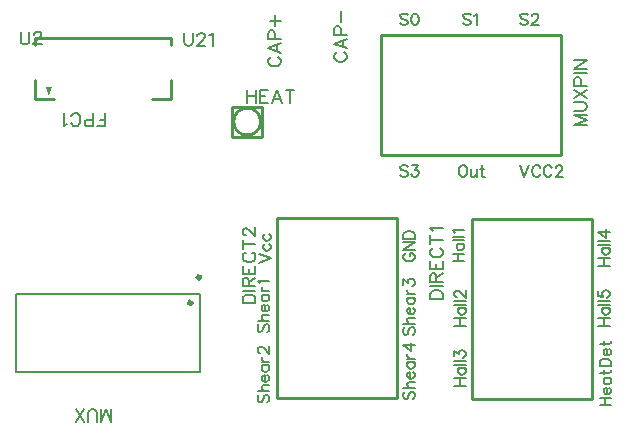
<source format=gto>
G04 Layer: TopSilkscreenLayer*
G04 EasyEDA v6.5.46, 2025-07-23 17:18:39*
G04 4d1536246bbc4f27acf5b42e0466264c,7be8f16a26344db1bf46185b0a727cd7,10*
G04 Gerber Generator version 0.2*
G04 Scale: 100 percent, Rotated: No, Reflected: No *
G04 Dimensions in millimeters *
G04 leading zeros omitted , absolute positions ,4 integer and 5 decimal *
%FSLAX45Y45*%
%MOMM*%

%ADD10C,0.2032*%
%ADD11C,0.1524*%
%ADD12C,0.2540*%
%ADD13C,0.3000*%

%LPD*%
D10*
X4877561Y3898900D02*
G01*
X4973065Y3898900D01*
X4877561Y3962654D02*
G01*
X4973065Y3962654D01*
X4923027Y3898900D02*
G01*
X4923027Y3962654D01*
X4909311Y4046981D02*
G01*
X4973065Y4046981D01*
X4923027Y4046981D02*
G01*
X4913884Y4038092D01*
X4909311Y4028947D01*
X4909311Y4015231D01*
X4913884Y4006087D01*
X4923027Y3997197D01*
X4936490Y3992626D01*
X4945634Y3992626D01*
X4959350Y3997197D01*
X4968493Y4006087D01*
X4973065Y4015231D01*
X4973065Y4028947D01*
X4968493Y4038092D01*
X4959350Y4046981D01*
X4877561Y4077207D02*
G01*
X4973065Y4077207D01*
X4877561Y4107179D02*
G01*
X4973065Y4107179D01*
X4895595Y4137152D02*
G01*
X4891024Y4146295D01*
X4877561Y4159757D01*
X4973065Y4159757D01*
X4890261Y3352800D02*
G01*
X4985765Y3352800D01*
X4890261Y3416554D02*
G01*
X4985765Y3416554D01*
X4935727Y3352800D02*
G01*
X4935727Y3416554D01*
X4922011Y3500881D02*
G01*
X4985765Y3500881D01*
X4935727Y3500881D02*
G01*
X4926584Y3491992D01*
X4922011Y3482847D01*
X4922011Y3469131D01*
X4926584Y3459987D01*
X4935727Y3451097D01*
X4949190Y3446526D01*
X4958334Y3446526D01*
X4972050Y3451097D01*
X4981193Y3459987D01*
X4985765Y3469131D01*
X4985765Y3482847D01*
X4981193Y3491992D01*
X4972050Y3500881D01*
X4890261Y3531107D02*
G01*
X4985765Y3531107D01*
X4890261Y3561079D02*
G01*
X4985765Y3561079D01*
X4912868Y3595623D02*
G01*
X4908295Y3595623D01*
X4899406Y3600195D01*
X4894834Y3604513D01*
X4890261Y3613657D01*
X4890261Y3631945D01*
X4894834Y3641089D01*
X4899406Y3645407D01*
X4908295Y3649979D01*
X4917440Y3649979D01*
X4926584Y3645407D01*
X4940300Y3636518D01*
X4985765Y3591052D01*
X4985765Y3654552D01*
X4890261Y2844800D02*
G01*
X4985765Y2844800D01*
X4890261Y2908554D02*
G01*
X4985765Y2908554D01*
X4935727Y2844800D02*
G01*
X4935727Y2908554D01*
X4922011Y2992881D02*
G01*
X4985765Y2992881D01*
X4935727Y2992881D02*
G01*
X4926584Y2983992D01*
X4922011Y2974847D01*
X4922011Y2961131D01*
X4926584Y2951987D01*
X4935727Y2943097D01*
X4949190Y2938526D01*
X4958334Y2938526D01*
X4972050Y2943097D01*
X4981193Y2951987D01*
X4985765Y2961131D01*
X4985765Y2974847D01*
X4981193Y2983992D01*
X4972050Y2992881D01*
X4890261Y3023107D02*
G01*
X4985765Y3023107D01*
X4890261Y3053079D02*
G01*
X4985765Y3053079D01*
X4890261Y3092195D02*
G01*
X4890261Y3141979D01*
X4926584Y3114802D01*
X4926584Y3128518D01*
X4931156Y3137407D01*
X4935727Y3141979D01*
X4949190Y3146552D01*
X4958334Y3146552D01*
X4972050Y3141979D01*
X4981193Y3133089D01*
X4985765Y3119373D01*
X4985765Y3105657D01*
X4981193Y3092195D01*
X4976622Y3087623D01*
X4967477Y3083052D01*
X6109461Y3860800D02*
G01*
X6204965Y3860800D01*
X6109461Y3924554D02*
G01*
X6204965Y3924554D01*
X6154927Y3860800D02*
G01*
X6154927Y3924554D01*
X6141211Y4008881D02*
G01*
X6204965Y4008881D01*
X6154927Y4008881D02*
G01*
X6145784Y3999992D01*
X6141211Y3990847D01*
X6141211Y3977131D01*
X6145784Y3967987D01*
X6154927Y3959097D01*
X6168390Y3954526D01*
X6177534Y3954526D01*
X6191250Y3959097D01*
X6200393Y3967987D01*
X6204965Y3977131D01*
X6204965Y3990847D01*
X6200393Y3999992D01*
X6191250Y4008881D01*
X6109461Y4039107D02*
G01*
X6204965Y4039107D01*
X6109461Y4069079D02*
G01*
X6204965Y4069079D01*
X6109461Y4144518D02*
G01*
X6172961Y4099052D01*
X6172961Y4167123D01*
X6109461Y4144518D02*
G01*
X6204965Y4144518D01*
X6109461Y3352800D02*
G01*
X6204965Y3352800D01*
X6109461Y3416554D02*
G01*
X6204965Y3416554D01*
X6154927Y3352800D02*
G01*
X6154927Y3416554D01*
X6141211Y3500881D02*
G01*
X6204965Y3500881D01*
X6154927Y3500881D02*
G01*
X6145784Y3491992D01*
X6141211Y3482847D01*
X6141211Y3469131D01*
X6145784Y3459987D01*
X6154927Y3451097D01*
X6168390Y3446526D01*
X6177534Y3446526D01*
X6191250Y3451097D01*
X6200393Y3459987D01*
X6204965Y3469131D01*
X6204965Y3482847D01*
X6200393Y3491992D01*
X6191250Y3500881D01*
X6109461Y3531107D02*
G01*
X6204965Y3531107D01*
X6109461Y3561079D02*
G01*
X6204965Y3561079D01*
X6109461Y3645407D02*
G01*
X6109461Y3600195D01*
X6150356Y3595623D01*
X6145784Y3600195D01*
X6141211Y3613657D01*
X6141211Y3627373D01*
X6145784Y3641089D01*
X6154927Y3649979D01*
X6168390Y3654552D01*
X6177534Y3654552D01*
X6191250Y3649979D01*
X6200393Y3641089D01*
X6204965Y3627373D01*
X6204965Y3613657D01*
X6200393Y3600195D01*
X6195822Y3595623D01*
X6186677Y3591052D01*
X6122161Y2679700D02*
G01*
X6217665Y2679700D01*
X6122161Y2743454D02*
G01*
X6217665Y2743454D01*
X6167627Y2679700D02*
G01*
X6167627Y2743454D01*
X6181090Y2773426D02*
G01*
X6181090Y2827781D01*
X6172200Y2827781D01*
X6163056Y2823210D01*
X6158484Y2818892D01*
X6153911Y2809747D01*
X6153911Y2796031D01*
X6158484Y2786887D01*
X6167627Y2777997D01*
X6181090Y2773426D01*
X6190234Y2773426D01*
X6203950Y2777997D01*
X6213093Y2786887D01*
X6217665Y2796031D01*
X6217665Y2809747D01*
X6213093Y2818892D01*
X6203950Y2827781D01*
X6153911Y2912363D02*
G01*
X6217665Y2912363D01*
X6167627Y2912363D02*
G01*
X6158484Y2903220D01*
X6153911Y2894329D01*
X6153911Y2880613D01*
X6158484Y2871470D01*
X6167627Y2862326D01*
X6181090Y2858007D01*
X6190234Y2858007D01*
X6203950Y2862326D01*
X6213093Y2871470D01*
X6217665Y2880613D01*
X6217665Y2894329D01*
X6213093Y2903220D01*
X6203950Y2912363D01*
X6122161Y2956052D02*
G01*
X6199377Y2956052D01*
X6213093Y2960623D01*
X6217665Y2969768D01*
X6217665Y2978912D01*
X6153911Y2942336D02*
G01*
X6153911Y2974339D01*
X6122161Y3008884D02*
G01*
X6217665Y3008884D01*
X6122161Y3008884D02*
G01*
X6122161Y3040634D01*
X6126734Y3054350D01*
X6135624Y3063239D01*
X6144768Y3067812D01*
X6158484Y3072384D01*
X6181090Y3072384D01*
X6194806Y3067812D01*
X6203950Y3063239D01*
X6213093Y3054350D01*
X6217665Y3040634D01*
X6217665Y3008884D01*
X6181090Y3102355D02*
G01*
X6181090Y3156965D01*
X6172200Y3156965D01*
X6163056Y3152394D01*
X6158484Y3147821D01*
X6153911Y3138678D01*
X6153911Y3125215D01*
X6158484Y3116071D01*
X6167627Y3106928D01*
X6181090Y3102355D01*
X6190234Y3102355D01*
X6203950Y3106928D01*
X6213093Y3116071D01*
X6217665Y3125215D01*
X6217665Y3138678D01*
X6213093Y3147821D01*
X6203950Y3156965D01*
X6122161Y3200654D02*
G01*
X6199377Y3200654D01*
X6213093Y3205226D01*
X6217665Y3214370D01*
X6217665Y3223260D01*
X6153911Y3186937D02*
G01*
X6153911Y3218687D01*
X3239261Y3886200D02*
G01*
X3334765Y3922521D01*
X3239261Y3958844D02*
G01*
X3334765Y3922521D01*
X3284727Y4043426D02*
G01*
X3275584Y4034281D01*
X3271011Y4025392D01*
X3271011Y4011676D01*
X3275584Y4002531D01*
X3284727Y3993387D01*
X3298190Y3988815D01*
X3307334Y3988815D01*
X3321050Y3993387D01*
X3330193Y4002531D01*
X3334765Y4011676D01*
X3334765Y4025392D01*
X3330193Y4034281D01*
X3321050Y4043426D01*
X3284727Y4128007D02*
G01*
X3275584Y4118863D01*
X3271011Y4109720D01*
X3271011Y4096257D01*
X3275584Y4087113D01*
X3284727Y4077970D01*
X3298190Y4073397D01*
X3307334Y4073397D01*
X3321050Y4077970D01*
X3330193Y4087113D01*
X3334765Y4096257D01*
X3334765Y4109720D01*
X3330193Y4118863D01*
X3321050Y4128007D01*
X3240024Y3365754D02*
G01*
X3231134Y3356610D01*
X3226561Y3342894D01*
X3226561Y3324605D01*
X3231134Y3311144D01*
X3240024Y3302000D01*
X3249168Y3302000D01*
X3258311Y3306571D01*
X3262884Y3311144D01*
X3267456Y3320287D01*
X3276600Y3347465D01*
X3280918Y3356610D01*
X3285490Y3361181D01*
X3294634Y3365754D01*
X3308350Y3365754D01*
X3317493Y3356610D01*
X3322065Y3342894D01*
X3322065Y3324605D01*
X3317493Y3311144D01*
X3308350Y3302000D01*
X3226561Y3395726D02*
G01*
X3322065Y3395726D01*
X3276600Y3395726D02*
G01*
X3262884Y3409187D01*
X3258311Y3418331D01*
X3258311Y3432047D01*
X3262884Y3441192D01*
X3276600Y3445510D01*
X3322065Y3445510D01*
X3285490Y3475736D02*
G01*
X3285490Y3530092D01*
X3276600Y3530092D01*
X3267456Y3525520D01*
X3262884Y3521202D01*
X3258311Y3512057D01*
X3258311Y3498342D01*
X3262884Y3489197D01*
X3272027Y3480307D01*
X3285490Y3475736D01*
X3294634Y3475736D01*
X3308350Y3480307D01*
X3317493Y3489197D01*
X3322065Y3498342D01*
X3322065Y3512057D01*
X3317493Y3521202D01*
X3308350Y3530092D01*
X3258311Y3614673D02*
G01*
X3322065Y3614673D01*
X3272027Y3614673D02*
G01*
X3262884Y3605529D01*
X3258311Y3596639D01*
X3258311Y3582923D01*
X3262884Y3573779D01*
X3272027Y3564636D01*
X3285490Y3560063D01*
X3294634Y3560063D01*
X3308350Y3564636D01*
X3317493Y3573779D01*
X3322065Y3582923D01*
X3322065Y3596639D01*
X3317493Y3605529D01*
X3308350Y3614673D01*
X3258311Y3644645D02*
G01*
X3322065Y3644645D01*
X3285490Y3644645D02*
G01*
X3272027Y3649218D01*
X3262884Y3658362D01*
X3258311Y3667505D01*
X3258311Y3680968D01*
X3244595Y3711194D02*
G01*
X3240024Y3720084D01*
X3226561Y3733800D01*
X3322065Y3733800D01*
X3240024Y2768854D02*
G01*
X3231134Y2759710D01*
X3226561Y2745994D01*
X3226561Y2727705D01*
X3231134Y2714244D01*
X3240024Y2705100D01*
X3249168Y2705100D01*
X3258311Y2709671D01*
X3262884Y2714244D01*
X3267456Y2723387D01*
X3276600Y2750565D01*
X3280918Y2759710D01*
X3285490Y2764281D01*
X3294634Y2768854D01*
X3308350Y2768854D01*
X3317493Y2759710D01*
X3322065Y2745994D01*
X3322065Y2727705D01*
X3317493Y2714244D01*
X3308350Y2705100D01*
X3226561Y2798826D02*
G01*
X3322065Y2798826D01*
X3276600Y2798826D02*
G01*
X3262884Y2812287D01*
X3258311Y2821431D01*
X3258311Y2835147D01*
X3262884Y2844292D01*
X3276600Y2848610D01*
X3322065Y2848610D01*
X3285490Y2878836D02*
G01*
X3285490Y2933192D01*
X3276600Y2933192D01*
X3267456Y2928620D01*
X3262884Y2924302D01*
X3258311Y2915157D01*
X3258311Y2901442D01*
X3262884Y2892297D01*
X3272027Y2883407D01*
X3285490Y2878836D01*
X3294634Y2878836D01*
X3308350Y2883407D01*
X3317493Y2892297D01*
X3322065Y2901442D01*
X3322065Y2915157D01*
X3317493Y2924302D01*
X3308350Y2933192D01*
X3258311Y3017773D02*
G01*
X3322065Y3017773D01*
X3272027Y3017773D02*
G01*
X3262884Y3008629D01*
X3258311Y2999739D01*
X3258311Y2986023D01*
X3262884Y2976879D01*
X3272027Y2967736D01*
X3285490Y2963163D01*
X3294634Y2963163D01*
X3308350Y2967736D01*
X3317493Y2976879D01*
X3322065Y2986023D01*
X3322065Y2999739D01*
X3317493Y3008629D01*
X3308350Y3017773D01*
X3258311Y3047745D02*
G01*
X3322065Y3047745D01*
X3285490Y3047745D02*
G01*
X3272027Y3052318D01*
X3262884Y3061462D01*
X3258311Y3070605D01*
X3258311Y3084068D01*
X3249168Y3118612D02*
G01*
X3244595Y3118612D01*
X3235706Y3123184D01*
X3231134Y3127755D01*
X3226561Y3136900D01*
X3226561Y3155187D01*
X3231134Y3164078D01*
X3235706Y3168650D01*
X3244595Y3173221D01*
X3253740Y3173221D01*
X3262884Y3168650D01*
X3276600Y3159760D01*
X3322065Y3114294D01*
X3322065Y3177794D01*
X4481068Y3966971D02*
G01*
X4471924Y3962654D01*
X4463034Y3953510D01*
X4458461Y3944365D01*
X4458461Y3926078D01*
X4463034Y3917187D01*
X4471924Y3908044D01*
X4481068Y3903471D01*
X4494784Y3898900D01*
X4517390Y3898900D01*
X4531106Y3903471D01*
X4540250Y3908044D01*
X4549393Y3917187D01*
X4553965Y3926078D01*
X4553965Y3944365D01*
X4549393Y3953510D01*
X4540250Y3962654D01*
X4531106Y3966971D01*
X4517390Y3966971D01*
X4517390Y3944365D02*
G01*
X4517390Y3966971D01*
X4458461Y3997197D02*
G01*
X4553965Y3997197D01*
X4458461Y3997197D02*
G01*
X4553965Y4060697D01*
X4458461Y4060697D02*
G01*
X4553965Y4060697D01*
X4458461Y4090670D02*
G01*
X4553965Y4090670D01*
X4458461Y4090670D02*
G01*
X4458461Y4122420D01*
X4463034Y4136136D01*
X4471924Y4145279D01*
X4481068Y4149852D01*
X4494784Y4154423D01*
X4517390Y4154423D01*
X4531106Y4149852D01*
X4540250Y4145279D01*
X4549393Y4136136D01*
X4553965Y4122420D01*
X4553965Y4090670D01*
X4471924Y3340354D02*
G01*
X4463034Y3331210D01*
X4458461Y3317494D01*
X4458461Y3299205D01*
X4463034Y3285744D01*
X4471924Y3276600D01*
X4481068Y3276600D01*
X4490211Y3281171D01*
X4494784Y3285744D01*
X4499356Y3294887D01*
X4508500Y3322065D01*
X4512818Y3331210D01*
X4517390Y3335781D01*
X4526534Y3340354D01*
X4540250Y3340354D01*
X4549393Y3331210D01*
X4553965Y3317494D01*
X4553965Y3299205D01*
X4549393Y3285744D01*
X4540250Y3276600D01*
X4458461Y3370326D02*
G01*
X4553965Y3370326D01*
X4508500Y3370326D02*
G01*
X4494784Y3383787D01*
X4490211Y3392931D01*
X4490211Y3406647D01*
X4494784Y3415792D01*
X4508500Y3420110D01*
X4553965Y3420110D01*
X4517390Y3450336D02*
G01*
X4517390Y3504692D01*
X4508500Y3504692D01*
X4499356Y3500120D01*
X4494784Y3495802D01*
X4490211Y3486657D01*
X4490211Y3472942D01*
X4494784Y3463797D01*
X4503927Y3454907D01*
X4517390Y3450336D01*
X4526534Y3450336D01*
X4540250Y3454907D01*
X4549393Y3463797D01*
X4553965Y3472942D01*
X4553965Y3486657D01*
X4549393Y3495802D01*
X4540250Y3504692D01*
X4490211Y3589273D02*
G01*
X4553965Y3589273D01*
X4503927Y3589273D02*
G01*
X4494784Y3580129D01*
X4490211Y3571239D01*
X4490211Y3557523D01*
X4494784Y3548379D01*
X4503927Y3539236D01*
X4517390Y3534663D01*
X4526534Y3534663D01*
X4540250Y3539236D01*
X4549393Y3548379D01*
X4553965Y3557523D01*
X4553965Y3571239D01*
X4549393Y3580129D01*
X4540250Y3589273D01*
X4490211Y3619245D02*
G01*
X4553965Y3619245D01*
X4517390Y3619245D02*
G01*
X4503927Y3623818D01*
X4494784Y3632962D01*
X4490211Y3642105D01*
X4490211Y3655568D01*
X4458461Y3694684D02*
G01*
X4458461Y3744721D01*
X4494784Y3717544D01*
X4494784Y3731260D01*
X4499356Y3740150D01*
X4503927Y3744721D01*
X4517390Y3749294D01*
X4526534Y3749294D01*
X4540250Y3744721D01*
X4549393Y3735578D01*
X4553965Y3722115D01*
X4553965Y3708400D01*
X4549393Y3694684D01*
X4544822Y3690112D01*
X4535677Y3685794D01*
X4471924Y2794254D02*
G01*
X4463034Y2785110D01*
X4458461Y2771394D01*
X4458461Y2753105D01*
X4463034Y2739644D01*
X4471924Y2730500D01*
X4481068Y2730500D01*
X4490211Y2735071D01*
X4494784Y2739644D01*
X4499356Y2748787D01*
X4508500Y2775965D01*
X4512818Y2785110D01*
X4517390Y2789681D01*
X4526534Y2794254D01*
X4540250Y2794254D01*
X4549393Y2785110D01*
X4553965Y2771394D01*
X4553965Y2753105D01*
X4549393Y2739644D01*
X4540250Y2730500D01*
X4458461Y2824226D02*
G01*
X4553965Y2824226D01*
X4508500Y2824226D02*
G01*
X4494784Y2837687D01*
X4490211Y2846831D01*
X4490211Y2860547D01*
X4494784Y2869692D01*
X4508500Y2874010D01*
X4553965Y2874010D01*
X4517390Y2904236D02*
G01*
X4517390Y2958592D01*
X4508500Y2958592D01*
X4499356Y2954020D01*
X4494784Y2949702D01*
X4490211Y2940557D01*
X4490211Y2926842D01*
X4494784Y2917697D01*
X4503927Y2908807D01*
X4517390Y2904236D01*
X4526534Y2904236D01*
X4540250Y2908807D01*
X4549393Y2917697D01*
X4553965Y2926842D01*
X4553965Y2940557D01*
X4549393Y2949702D01*
X4540250Y2958592D01*
X4490211Y3043173D02*
G01*
X4553965Y3043173D01*
X4503927Y3043173D02*
G01*
X4494784Y3034029D01*
X4490211Y3025139D01*
X4490211Y3011423D01*
X4494784Y3002279D01*
X4503927Y2993136D01*
X4517390Y2988563D01*
X4526534Y2988563D01*
X4540250Y2993136D01*
X4549393Y3002279D01*
X4553965Y3011423D01*
X4553965Y3025139D01*
X4549393Y3034029D01*
X4540250Y3043173D01*
X4490211Y3073145D02*
G01*
X4553965Y3073145D01*
X4517390Y3073145D02*
G01*
X4503927Y3077718D01*
X4494784Y3086862D01*
X4490211Y3096005D01*
X4490211Y3109468D01*
X4458461Y3185160D02*
G01*
X4521961Y3139694D01*
X4521961Y3207765D01*
X4458461Y3185160D02*
G01*
X4553965Y3185160D01*
X4496054Y5980176D02*
G01*
X4486909Y5989065D01*
X4473193Y5993637D01*
X4454906Y5993637D01*
X4441443Y5989065D01*
X4432300Y5980176D01*
X4432300Y5971031D01*
X4436872Y5961887D01*
X4441443Y5957315D01*
X4450588Y5952744D01*
X4477765Y5943600D01*
X4486909Y5939281D01*
X4491481Y5934710D01*
X4496054Y5925565D01*
X4496054Y5911850D01*
X4486909Y5902705D01*
X4473193Y5898134D01*
X4454906Y5898134D01*
X4441443Y5902705D01*
X4432300Y5911850D01*
X4553204Y5993637D02*
G01*
X4539488Y5989065D01*
X4530597Y5975604D01*
X4526025Y5952744D01*
X4526025Y5939281D01*
X4530597Y5916421D01*
X4539488Y5902705D01*
X4553204Y5898134D01*
X4562347Y5898134D01*
X4575809Y5902705D01*
X4584954Y5916421D01*
X4589525Y5939281D01*
X4589525Y5952744D01*
X4584954Y5975604D01*
X4575809Y5989065D01*
X4562347Y5993637D01*
X4553204Y5993637D01*
X5029454Y5980176D02*
G01*
X5020309Y5989065D01*
X5006593Y5993637D01*
X4988306Y5993637D01*
X4974843Y5989065D01*
X4965700Y5980176D01*
X4965700Y5971031D01*
X4970272Y5961887D01*
X4974843Y5957315D01*
X4983988Y5952744D01*
X5011165Y5943600D01*
X5020309Y5939281D01*
X5024881Y5934710D01*
X5029454Y5925565D01*
X5029454Y5911850D01*
X5020309Y5902705D01*
X5006593Y5898134D01*
X4988306Y5898134D01*
X4974843Y5902705D01*
X4965700Y5911850D01*
X5059425Y5975604D02*
G01*
X5068315Y5980176D01*
X5082031Y5993637D01*
X5082031Y5898134D01*
X5512054Y5980176D02*
G01*
X5502909Y5989065D01*
X5489193Y5993637D01*
X5470906Y5993637D01*
X5457443Y5989065D01*
X5448300Y5980176D01*
X5448300Y5971031D01*
X5452872Y5961887D01*
X5457443Y5957315D01*
X5466588Y5952744D01*
X5493765Y5943600D01*
X5502909Y5939281D01*
X5507481Y5934710D01*
X5512054Y5925565D01*
X5512054Y5911850D01*
X5502909Y5902705D01*
X5489193Y5898134D01*
X5470906Y5898134D01*
X5457443Y5902705D01*
X5448300Y5911850D01*
X5546597Y5971031D02*
G01*
X5546597Y5975604D01*
X5550915Y5984494D01*
X5555488Y5989065D01*
X5564631Y5993637D01*
X5582920Y5993637D01*
X5591809Y5989065D01*
X5596381Y5984494D01*
X5600954Y5975604D01*
X5600954Y5966460D01*
X5596381Y5957315D01*
X5587491Y5943600D01*
X5542025Y5898134D01*
X5605525Y5898134D01*
X4496054Y4697476D02*
G01*
X4486909Y4706365D01*
X4473193Y4710937D01*
X4454906Y4710937D01*
X4441443Y4706365D01*
X4432300Y4697476D01*
X4432300Y4688331D01*
X4436872Y4679187D01*
X4441443Y4674615D01*
X4450588Y4670044D01*
X4477765Y4660900D01*
X4486909Y4656581D01*
X4491481Y4652010D01*
X4496054Y4642865D01*
X4496054Y4629150D01*
X4486909Y4620005D01*
X4473193Y4615434D01*
X4454906Y4615434D01*
X4441443Y4620005D01*
X4432300Y4629150D01*
X4534915Y4710937D02*
G01*
X4584954Y4710937D01*
X4557775Y4674615D01*
X4571491Y4674615D01*
X4580381Y4670044D01*
X4584954Y4665471D01*
X4589525Y4652010D01*
X4589525Y4642865D01*
X4584954Y4629150D01*
X4575809Y4620005D01*
X4562347Y4615434D01*
X4548631Y4615434D01*
X4534915Y4620005D01*
X4530597Y4624578D01*
X4526025Y4633721D01*
X4954777Y4710937D02*
G01*
X4945888Y4706365D01*
X4936743Y4697476D01*
X4932172Y4688331D01*
X4927600Y4674615D01*
X4927600Y4652010D01*
X4932172Y4638294D01*
X4936743Y4629150D01*
X4945888Y4620005D01*
X4954777Y4615434D01*
X4973065Y4615434D01*
X4982209Y4620005D01*
X4991354Y4629150D01*
X4995672Y4638294D01*
X5000243Y4652010D01*
X5000243Y4674615D01*
X4995672Y4688331D01*
X4991354Y4697476D01*
X4982209Y4706365D01*
X4973065Y4710937D01*
X4954777Y4710937D01*
X5030215Y4679187D02*
G01*
X5030215Y4633721D01*
X5034788Y4620005D01*
X5043931Y4615434D01*
X5057647Y4615434D01*
X5066791Y4620005D01*
X5080254Y4633721D01*
X5080254Y4679187D02*
G01*
X5080254Y4615434D01*
X5123941Y4710937D02*
G01*
X5123941Y4633721D01*
X5128513Y4620005D01*
X5137658Y4615434D01*
X5146802Y4615434D01*
X5110225Y4679187D02*
G01*
X5142229Y4679187D01*
X5448300Y4710937D02*
G01*
X5484622Y4615434D01*
X5520943Y4710937D02*
G01*
X5484622Y4615434D01*
X5619241Y4688331D02*
G01*
X5614670Y4697476D01*
X5605525Y4706365D01*
X5596381Y4710937D01*
X5578347Y4710937D01*
X5569204Y4706365D01*
X5560059Y4697476D01*
X5555488Y4688331D01*
X5550915Y4674615D01*
X5550915Y4652010D01*
X5555488Y4638294D01*
X5560059Y4629150D01*
X5569204Y4620005D01*
X5578347Y4615434D01*
X5596381Y4615434D01*
X5605525Y4620005D01*
X5614670Y4629150D01*
X5619241Y4638294D01*
X5717286Y4688331D02*
G01*
X5712968Y4697476D01*
X5703824Y4706365D01*
X5694679Y4710937D01*
X5676391Y4710937D01*
X5667502Y4706365D01*
X5658358Y4697476D01*
X5653786Y4688331D01*
X5649213Y4674615D01*
X5649213Y4652010D01*
X5653786Y4638294D01*
X5658358Y4629150D01*
X5667502Y4620005D01*
X5676391Y4615434D01*
X5694679Y4615434D01*
X5703824Y4620005D01*
X5712968Y4629150D01*
X5717286Y4638294D01*
X5751829Y4688331D02*
G01*
X5751829Y4692904D01*
X5756402Y4701794D01*
X5760974Y4706365D01*
X5770118Y4710937D01*
X5788406Y4710937D01*
X5797295Y4706365D01*
X5801868Y4701794D01*
X5806440Y4692904D01*
X5806440Y4683760D01*
X5801868Y4674615D01*
X5792724Y4660900D01*
X5747511Y4615434D01*
X5811011Y4615434D01*
D11*
X3339591Y5627878D02*
G01*
X3329177Y5622544D01*
X3318763Y5612129D01*
X3313684Y5601970D01*
X3313684Y5581142D01*
X3318763Y5570728D01*
X3329177Y5560313D01*
X3339591Y5554979D01*
X3355340Y5549900D01*
X3381247Y5549900D01*
X3396741Y5554979D01*
X3407156Y5560313D01*
X3417570Y5570728D01*
X3422650Y5581142D01*
X3422650Y5601970D01*
X3417570Y5612129D01*
X3407156Y5622544D01*
X3396741Y5627878D01*
X3313684Y5703570D02*
G01*
X3422650Y5662168D01*
X3313684Y5703570D02*
G01*
X3422650Y5745226D01*
X3386327Y5677662D02*
G01*
X3386327Y5729731D01*
X3313684Y5779515D02*
G01*
X3422650Y5779515D01*
X3313684Y5779515D02*
G01*
X3313684Y5826252D01*
X3318763Y5842000D01*
X3324097Y5847079D01*
X3334511Y5852160D01*
X3350006Y5852160D01*
X3360420Y5847079D01*
X3365500Y5842000D01*
X3370834Y5826252D01*
X3370834Y5779515D01*
X3329177Y5933439D02*
G01*
X3422650Y5933439D01*
X3375913Y5886450D02*
G01*
X3375913Y5980176D01*
X3898391Y5665978D02*
G01*
X3887977Y5660644D01*
X3877563Y5650229D01*
X3872484Y5640070D01*
X3872484Y5619242D01*
X3877563Y5608828D01*
X3887977Y5598413D01*
X3898391Y5593079D01*
X3914140Y5588000D01*
X3940047Y5588000D01*
X3955541Y5593079D01*
X3965956Y5598413D01*
X3976370Y5608828D01*
X3981450Y5619242D01*
X3981450Y5640070D01*
X3976370Y5650229D01*
X3965956Y5660644D01*
X3955541Y5665978D01*
X3872484Y5741670D02*
G01*
X3981450Y5700268D01*
X3872484Y5741670D02*
G01*
X3981450Y5783326D01*
X3945127Y5715762D02*
G01*
X3945127Y5767831D01*
X3872484Y5817615D02*
G01*
X3981450Y5817615D01*
X3872484Y5817615D02*
G01*
X3872484Y5864352D01*
X3877563Y5880100D01*
X3882897Y5885179D01*
X3893311Y5890260D01*
X3908806Y5890260D01*
X3919220Y5885179D01*
X3924300Y5880100D01*
X3929634Y5864352D01*
X3929634Y5817615D01*
X3934713Y5924550D02*
G01*
X3934713Y6018276D01*
X4685284Y3581400D02*
G01*
X4794250Y3581400D01*
X4685284Y3581400D02*
G01*
X4685284Y3617721D01*
X4690363Y3633470D01*
X4700777Y3643629D01*
X4711191Y3648963D01*
X4726940Y3654044D01*
X4752847Y3654044D01*
X4768341Y3648963D01*
X4778756Y3643629D01*
X4789170Y3633470D01*
X4794250Y3617721D01*
X4794250Y3581400D01*
X4685284Y3688334D02*
G01*
X4794250Y3688334D01*
X4685284Y3722623D02*
G01*
X4794250Y3722623D01*
X4685284Y3722623D02*
G01*
X4685284Y3769360D01*
X4690363Y3785107D01*
X4695697Y3790187D01*
X4706111Y3795521D01*
X4716525Y3795521D01*
X4726940Y3790187D01*
X4732020Y3785107D01*
X4737100Y3769360D01*
X4737100Y3722623D01*
X4737100Y3759200D02*
G01*
X4794250Y3795521D01*
X4685284Y3829812D02*
G01*
X4794250Y3829812D01*
X4685284Y3829812D02*
G01*
X4685284Y3897376D01*
X4737100Y3829812D02*
G01*
X4737100Y3871213D01*
X4794250Y3829812D02*
G01*
X4794250Y3897376D01*
X4711191Y4009389D02*
G01*
X4700777Y4004310D01*
X4690363Y3993895D01*
X4685284Y3983481D01*
X4685284Y3962654D01*
X4690363Y3952239D01*
X4700777Y3942079D01*
X4711191Y3936745D01*
X4726940Y3931665D01*
X4752847Y3931665D01*
X4768341Y3936745D01*
X4778756Y3942079D01*
X4789170Y3952239D01*
X4794250Y3962654D01*
X4794250Y3983481D01*
X4789170Y3993895D01*
X4778756Y4004310D01*
X4768341Y4009389D01*
X4685284Y4080255D02*
G01*
X4794250Y4080255D01*
X4685284Y4043679D02*
G01*
X4685284Y4116578D01*
X4706111Y4150868D02*
G01*
X4700777Y4161281D01*
X4685284Y4176776D01*
X4794250Y4176776D01*
X3097784Y3543300D02*
G01*
X3206750Y3543300D01*
X3097784Y3543300D02*
G01*
X3097784Y3579621D01*
X3102863Y3595370D01*
X3113277Y3605529D01*
X3123691Y3610863D01*
X3139440Y3615944D01*
X3165347Y3615944D01*
X3180841Y3610863D01*
X3191256Y3605529D01*
X3201670Y3595370D01*
X3206750Y3579621D01*
X3206750Y3543300D01*
X3097784Y3650234D02*
G01*
X3206750Y3650234D01*
X3097784Y3684523D02*
G01*
X3206750Y3684523D01*
X3097784Y3684523D02*
G01*
X3097784Y3731260D01*
X3102863Y3747007D01*
X3108197Y3752087D01*
X3118611Y3757421D01*
X3129025Y3757421D01*
X3139440Y3752087D01*
X3144520Y3747007D01*
X3149600Y3731260D01*
X3149600Y3684523D01*
X3149600Y3721100D02*
G01*
X3206750Y3757421D01*
X3097784Y3791712D02*
G01*
X3206750Y3791712D01*
X3097784Y3791712D02*
G01*
X3097784Y3859276D01*
X3149600Y3791712D02*
G01*
X3149600Y3833113D01*
X3206750Y3791712D02*
G01*
X3206750Y3859276D01*
X3123691Y3971289D02*
G01*
X3113277Y3966210D01*
X3102863Y3955795D01*
X3097784Y3945381D01*
X3097784Y3924554D01*
X3102863Y3914139D01*
X3113277Y3903979D01*
X3123691Y3898645D01*
X3139440Y3893565D01*
X3165347Y3893565D01*
X3180841Y3898645D01*
X3191256Y3903979D01*
X3201670Y3914139D01*
X3206750Y3924554D01*
X3206750Y3945381D01*
X3201670Y3955795D01*
X3191256Y3966210D01*
X3180841Y3971289D01*
X3097784Y4042155D02*
G01*
X3206750Y4042155D01*
X3097784Y4005579D02*
G01*
X3097784Y4078478D01*
X3123691Y4117847D02*
G01*
X3118611Y4117847D01*
X3108197Y4123181D01*
X3102863Y4128262D01*
X3097784Y4138676D01*
X3097784Y4159504D01*
X3102863Y4169918D01*
X3108197Y4174997D01*
X3118611Y4180331D01*
X3129025Y4180331D01*
X3139440Y4174997D01*
X3154934Y4164584D01*
X3206750Y4112768D01*
X3206750Y4185412D01*
X5904484Y5054600D02*
G01*
X6013450Y5054600D01*
X5904484Y5054600D02*
G01*
X6013450Y5096255D01*
X5904484Y5137657D02*
G01*
X6013450Y5096255D01*
X5904484Y5137657D02*
G01*
X6013450Y5137657D01*
X5904484Y5171947D02*
G01*
X5982461Y5171947D01*
X5997956Y5177281D01*
X6008370Y5187695D01*
X6013450Y5203189D01*
X6013450Y5213604D01*
X6008370Y5229097D01*
X5997956Y5239512D01*
X5982461Y5244845D01*
X5904484Y5244845D01*
X5904484Y5279136D02*
G01*
X6013450Y5351779D01*
X5904484Y5351779D02*
G01*
X6013450Y5279136D01*
X5904484Y5386070D02*
G01*
X6013450Y5386070D01*
X5904484Y5386070D02*
G01*
X5904484Y5432805D01*
X5909563Y5448300D01*
X5914897Y5453634D01*
X5925311Y5458713D01*
X5940806Y5458713D01*
X5951220Y5453634D01*
X5956300Y5448300D01*
X5961634Y5432805D01*
X5961634Y5386070D01*
X5904484Y5493004D02*
G01*
X6013450Y5493004D01*
X5904484Y5527294D02*
G01*
X6013450Y5527294D01*
X5904484Y5527294D02*
G01*
X6013450Y5600192D01*
X5904484Y5600192D02*
G01*
X6013450Y5600192D01*
X1934400Y5040871D02*
G01*
X1934400Y5149837D01*
X1934400Y5040871D02*
G01*
X1866836Y5040871D01*
X1934400Y5092687D02*
G01*
X1892744Y5092687D01*
X1832546Y5040871D02*
G01*
X1832546Y5149837D01*
X1832546Y5040871D02*
G01*
X1785810Y5040871D01*
X1770316Y5045951D01*
X1764982Y5051285D01*
X1759902Y5061699D01*
X1759902Y5077193D01*
X1764982Y5087607D01*
X1770316Y5092687D01*
X1785810Y5098021D01*
X1832546Y5098021D01*
X1647634Y5066779D02*
G01*
X1652714Y5056365D01*
X1663128Y5045951D01*
X1673542Y5040871D01*
X1694370Y5040871D01*
X1704784Y5045951D01*
X1715198Y5056365D01*
X1720278Y5066779D01*
X1725612Y5082527D01*
X1725612Y5108435D01*
X1720278Y5123929D01*
X1715198Y5134343D01*
X1704784Y5144757D01*
X1694370Y5149837D01*
X1673542Y5149837D01*
X1663128Y5144757D01*
X1652714Y5134343D01*
X1647634Y5123929D01*
X1613344Y5061699D02*
G01*
X1602930Y5056365D01*
X1587436Y5040871D01*
X1587436Y5149837D01*
X3136900Y5347715D02*
G01*
X3136900Y5238750D01*
X3209543Y5347715D02*
G01*
X3209543Y5238750D01*
X3136900Y5295900D02*
G01*
X3209543Y5295900D01*
X3243834Y5347715D02*
G01*
X3243834Y5238750D01*
X3243834Y5347715D02*
G01*
X3311397Y5347715D01*
X3243834Y5295900D02*
G01*
X3285490Y5295900D01*
X3243834Y5238750D02*
G01*
X3311397Y5238750D01*
X3387343Y5347715D02*
G01*
X3345688Y5238750D01*
X3387343Y5347715D02*
G01*
X3429000Y5238750D01*
X3361436Y5275071D02*
G01*
X3413252Y5275071D01*
X3499611Y5347715D02*
G01*
X3499611Y5238750D01*
X3463290Y5347715D02*
G01*
X3535934Y5347715D01*
X1981200Y2538984D02*
G01*
X1981200Y2647950D01*
X1981200Y2538984D02*
G01*
X1939543Y2647950D01*
X1898142Y2538984D02*
G01*
X1939543Y2647950D01*
X1898142Y2538984D02*
G01*
X1898142Y2647950D01*
X1863852Y2538984D02*
G01*
X1863852Y2616962D01*
X1858518Y2632455D01*
X1848104Y2642870D01*
X1832610Y2647950D01*
X1822195Y2647950D01*
X1806702Y2642870D01*
X1796287Y2632455D01*
X1790954Y2616962D01*
X1790954Y2538984D01*
X1756663Y2538984D02*
G01*
X1684020Y2647950D01*
X1684020Y2538984D02*
G01*
X1756663Y2647950D01*
X1219200Y5843015D02*
G01*
X1219200Y5765037D01*
X1224279Y5749544D01*
X1234694Y5739129D01*
X1250442Y5734050D01*
X1260855Y5734050D01*
X1276350Y5739129D01*
X1286763Y5749544D01*
X1291844Y5765037D01*
X1291844Y5843015D01*
X1331468Y5817107D02*
G01*
X1331468Y5822187D01*
X1336547Y5832602D01*
X1341881Y5837936D01*
X1352295Y5843015D01*
X1372870Y5843015D01*
X1383284Y5837936D01*
X1388618Y5832602D01*
X1393697Y5822187D01*
X1393697Y5811773D01*
X1388618Y5801360D01*
X1378204Y5785865D01*
X1326134Y5734050D01*
X1399031Y5734050D01*
X2603500Y5830315D02*
G01*
X2603500Y5752337D01*
X2608579Y5736844D01*
X2618993Y5726429D01*
X2634741Y5721350D01*
X2645156Y5721350D01*
X2660650Y5726429D01*
X2671063Y5736844D01*
X2676143Y5752337D01*
X2676143Y5830315D01*
X2715768Y5804407D02*
G01*
X2715768Y5809487D01*
X2720847Y5819902D01*
X2726181Y5825236D01*
X2736595Y5830315D01*
X2757170Y5830315D01*
X2767584Y5825236D01*
X2772918Y5819902D01*
X2777997Y5809487D01*
X2777997Y5799073D01*
X2772918Y5788660D01*
X2762504Y5773165D01*
X2710434Y5721350D01*
X2783331Y5721350D01*
X2817622Y5809487D02*
G01*
X2828036Y5814821D01*
X2843529Y5830315D01*
X2843529Y5721350D01*
G36*
X1430223Y5372100D02*
G01*
X1455623Y5295900D01*
X1481023Y5372100D01*
G37*
D12*
X5041900Y2730500D02*
G01*
X5041900Y4254500D01*
X6057900Y4254500D01*
X6057900Y2730500D01*
X5041900Y2730500D01*
X3390900Y2743200D02*
G01*
X3390900Y4267200D01*
X4406900Y4267200D01*
X4406900Y2743200D01*
X3390900Y2743200D01*
X4267200Y5816600D02*
G01*
X5791200Y5816600D01*
X5791200Y4800600D01*
X4267200Y4800600D01*
X4267200Y5816600D01*
X2494706Y5791197D02*
G01*
X1340718Y5791197D01*
X2494694Y5270497D02*
G01*
X2333320Y5270497D01*
X2494694Y5429775D02*
G01*
X2494694Y5270497D01*
X2494694Y5791197D02*
G01*
X2494694Y5726005D01*
X1502097Y5270497D02*
G01*
X1340718Y5270497D01*
X1340718Y5429780D02*
G01*
X1340718Y5270497D01*
X1340718Y5791197D02*
G01*
X1340718Y5726010D01*
X3009900Y5207000D02*
G01*
X3263900Y5207000D01*
X3263900Y4953000D01*
X3009900Y4953000D01*
X3009900Y5207000D01*
D11*
X2733420Y3621440D02*
G01*
X2733420Y2957159D01*
X1178179Y2957159D01*
X1178179Y3621440D01*
X2733420Y3621440D01*
D12*
G75*
G01
X3250489Y5080000D02*
G03X3250489Y5080000I-113589J0D01*
D13*
G75*
G01
X2669311Y3546196D02*
G03X2669311Y3546196I-15011J0D01*
G75*
G01
X2743251Y3763696D02*
G03X2743251Y3763696I-15011J0D01*
M02*

</source>
